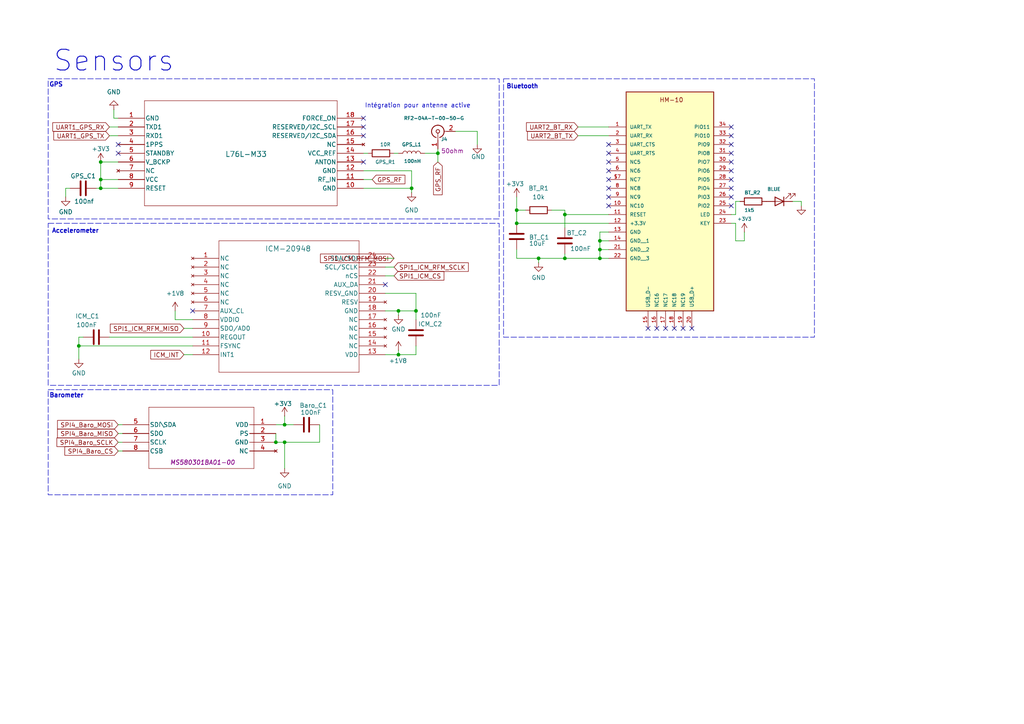
<source format=kicad_sch>
(kicad_sch (version 20231120) (generator "eeschema") (generator_version "8.0")
  (paper "A4")
  (title_block (title "Sensors") (date "2024-11-09") (company "GAUL"))
  (lib_symbols
    (symbol "Connector:Conn_Coaxial" (pin_names (offset 1.016) hide)
      (property "Reference" "J" (at 0.254 3.048 0))
      (property "Value" "Conn_Coaxial" (at 2.921 0 90))
      (symbol "Conn_Coaxial_0_1"
        (arc (start -1.778 -0.508) (mid 0.2311 -1.8066) (end 1.778 0) (stroke (width 0.254)))
        (polyline (pts (xy -2.54 0) (xy -0.508 0)))
        (polyline (pts (xy 0 -2.54) (xy 0 -1.778)))
        (circle (center 0 0) (radius 0.508) (stroke (width 0.2032)))
        (arc (start 1.778 0) (mid 0.2099 1.8101) (end -1.778 0.508) (stroke (width 0.254)))
      )
      (symbol "Conn_Coaxial_1_1"
        (pin passive line (at -5.08 0 0) (length 2.54) (name "In") (number "1"))
        (pin passive line (at 0 -5.08 90) (length 2.54) (name "Ext") (number "2"))
      )
    )
    (symbol "Device:C" (pin_numbers hide) (pin_names (offset 0.254))
      (property "Reference" "C" (at 0.635 2.54 0))
      (property "Value" "C" (at 0.635 -2.54 0))
      (symbol "C_0_1"
        (polyline (pts (xy -2.032 -0.762) (xy 2.032 -0.762)) (stroke (width 0.508)))
        (polyline (pts (xy -2.032 0.762) (xy 2.032 0.762)) (stroke (width 0.508)))
      )
      (symbol "C_1_1"
        (pin passive line (at 0 3.81 270) (length 2.794) (name "~") (number "1"))
        (pin passive line (at 0 -3.81 90) (length 2.794) (name "~") (number "2"))
      )
    )
    (symbol "Device:L" (pin_numbers hide) (pin_names (offset 1.016) hide)
      (property "Reference" "L" (at -1.27 0 90))
      (property "Value" "L" (at 1.905 0 90))
      (symbol "L_0_1"
        (arc (start 0 -2.54) (mid 0.6323 -1.905) (end 0 -1.27))
        (arc (start 0 -1.27) (mid 0.6323 -0.635) (end 0 0))
        (arc (start 0 0) (mid 0.6323 0.635) (end 0 1.27))
        (arc (start 0 1.27) (mid 0.6323 1.905) (end 0 2.54))
      )
      (symbol "L_1_1"
        (pin passive line (at 0 3.81 270) (length 1.27) (name "1") (number "1"))
        (pin passive line (at 0 -3.81 90) (length 1.27) (name "2") (number "2"))
      )
    )
    (symbol "Device:LED" (pin_numbers hide) (pin_names (offset 1.016) hide)
      (property "Reference" "D" (at 0 2.54 0))
      (property "Value" "LED" (at 0 -2.54 0))
      (symbol "LED_0_1"
        (polyline (pts (xy -1.27 -1.27) (xy -1.27 1.27)) (stroke (width 0.254)))
        (polyline (pts (xy -1.27 0) (xy 1.27 0)))
        (polyline (pts (xy 1.27 -1.27) (xy 1.27 1.27) (xy -1.27 0) (xy 1.27 -1.27)) (stroke (width 0.254)))
        (polyline (pts (xy -3.048 -0.762) (xy -4.572 -2.286) (xy -3.81 -2.286) (xy -4.572 -2.286) (xy -4.572 -1.524)))
        (polyline (pts (xy -1.778 -0.762) (xy -3.302 -2.286) (xy -2.54 -2.286) (xy -3.302 -2.286) (xy -3.302 -1.524)))
      )
      (symbol "LED_1_1"
        (pin passive line (at -3.81 0 0) (length 2.54) (name "K") (number "1"))
        (pin passive line (at 3.81 0 180) (length 2.54) (name "A") (number "2"))
      )
    )
    (symbol "Device:R" (pin_numbers hide) (pin_names (offset 0))
      (property "Reference" "R" (at 2.032 0 90))
      (property "Value" "R" (at 0 0 90))
      (symbol "R_0_1"
        (rectangle (start -1.016 -2.54) (end 1.016 2.54) (stroke (width 0.254)))
      )
      (symbol "R_1_1"
        (pin passive line (at 0 3.81 270) (length 1.27) (name "~") (number "1"))
        (pin passive line (at 0 -3.81 90) (length 1.27) (name "~") (number "2"))
      )
    )
    (symbol "ODB_Lib:HM-10" (pin_names (offset 1.016))
      (symbol "HM-10_0_0"
        (rectangle (start 0 -63.5) (end 25.4 0) (stroke (width 0.254)) (fill (type background)))
        (pin bidirectional line (at -5.08 -25.4 0) (length 5.08) (name "NC7") (number "$7"))
        (pin bidirectional line (at -5.08 -10.16 0) (length 5.08) (name "UART_TX") (number "1"))
        (pin bidirectional line (at -5.08 -33.02 0) (length 5.08) (name "NC10") (number "10"))
        (pin bidirectional line (at -5.08 -35.56 0) (length 5.08) (name "RESET") (number "11"))
        (pin bidirectional line (at -5.08 -38.1 0) (length 5.08) (name "+3.3V") (number "12"))
        (pin bidirectional line (at -5.08 -40.64 0) (length 5.08) (name "GND") (number "13"))
        (pin bidirectional line (at -5.08 -43.18 0) (length 5.08) (name "GND__1") (number "14"))
        (pin bidirectional line (at 6.35 -68.58 90) (length 5.08) (name "USB_D-") (number "15"))
        (pin bidirectional line (at 8.89 -68.58 90) (length 5.08) (name "NC16") (number "16"))
        (pin bidirectional line (at 11.43 -68.58 90) (length 5.08) (name "NC17") (number "17"))
        (pin bidirectional line (at 13.97 -68.58 90) (length 5.08) (name "NC18") (number "18"))
        (pin bidirectional line (at 16.51 -68.58 90) (length 5.08) (name "NC19") (number "19"))
        (pin bidirectional line (at -5.08 -12.7 0) (length 5.08) (name "UART_RX") (number "2"))
        (pin bidirectional line (at 19.05 -68.58 90) (length 5.08) (name "USB_D+") (number "20"))
        (pin bidirectional line (at -5.08 -45.72 0) (length 5.08) (name "GND__2") (number "21"))
        (pin bidirectional line (at -5.08 -48.26 0) (length 5.08) (name "GND__3") (number "22"))
        (pin bidirectional line (at 30.48 -38.1 180) (length 5.08) (name "KEY") (number "23"))
        (pin bidirectional line (at 30.48 -35.56 180) (length 5.08) (name "LED") (number "24"))
        (pin bidirectional line (at 30.48 -33.02 180) (length 5.08) (name "PIO2") (number "25"))
        (pin bidirectional line (at 30.48 -30.48 180) (length 5.08) (name "PIO3") (number "26"))
        (pin bidirectional line (at 30.48 -27.94 180) (length 5.08) (name "PIO4") (number "27"))
        (pin bidirectional line (at 30.48 -25.4 180) (length 5.08) (name "PIO5") (number "28"))
        (pin bidirectional line (at 30.48 -22.86 180) (length 5.08) (name "PIO6") (number "29"))
        (pin bidirectional line (at -5.08 -15.24 0) (length 5.08) (name "UART_CTS") (number "3"))
        (pin bidirectional line (at 30.48 -20.32 180) (length 5.08) (name "PIO7") (number "30"))
        (pin bidirectional line (at 30.48 -17.78 180) (length 5.08) (name "PIO8") (number "31"))
        (pin bidirectional line (at 30.48 -15.24 180) (length 5.08) (name "PIO9") (number "32"))
        (pin bidirectional line (at 30.48 -12.7 180) (length 5.08) (name "PIO10") (number "33"))
        (pin bidirectional line (at 30.48 -10.16 180) (length 5.08) (name "PIO11") (number "34"))
        (pin bidirectional line (at -5.08 -17.78 0) (length 5.08) (name "UART_RTS") (number "4"))
        (pin bidirectional line (at -5.08 -20.32 0) (length 5.08) (name "NC5") (number "5"))
        (pin bidirectional line (at -5.08 -22.86 0) (length 5.08) (name "NC6") (number "6"))
        (pin bidirectional line (at -5.08 -27.94 0) (length 5.08) (name "NC8") (number "8"))
        (pin bidirectional line (at -5.08 -30.48 0) (length 5.08) (name "NC9") (number "9"))
      )
      (symbol "HM-10_1_0"
        (text "HM-10" (at 9.652 -3.048 0) (effects (font (size 1.27 1.27)) (justify left bottom)))
      )
    )
    (symbol "ODB_Lib:ICM-20948" (pin_names (offset 0.254))
      (property "Value" "ICM-20948" (at 27.94 3.048 0))
      (symbol "ICM-20948_1_1"
        (polyline (pts (xy 7.62 -33.02) (xy 48.26 -33.02)) (stroke (width 0.127)))
        (polyline (pts (xy 7.62 5.08) (xy 7.62 -33.02)) (stroke (width 0.127)))
        (polyline (pts (xy 48.26 -33.02) (xy 48.26 5.08)) (stroke (width 0.127)))
        (polyline (pts (xy 48.26 5.08) (xy 7.62 5.08)) (stroke (width 0.127)))
        (pin no_connect line (at 0 0 0) (length 7.62) (name "NC") (number "1"))
        (pin output line (at 0 -22.86 0) (length 7.62) (name "REGOUT") (number "10"))
        (pin input line (at 0 -25.4 0) (length 7.62) (name "FSYNC") (number "11"))
        (pin output line (at 0 -27.94 0) (length 7.62) (name "INT1") (number "12"))
        (pin power_in line (at 55.88 -27.94 180) (length 7.62) (name "VDD") (number "13"))
        (pin no_connect line (at 55.88 -25.4 180) (length 7.62) (name "NC") (number "14"))
        (pin no_connect line (at 55.88 -22.86 180) (length 7.62) (name "NC") (number "15"))
        (pin no_connect line (at 55.88 -20.32 180) (length 7.62) (name "NC") (number "16"))
        (pin no_connect line (at 55.88 -17.78 180) (length 7.62) (name "NC") (number "17"))
        (pin power_out line (at 55.88 -15.24 180) (length 7.62) (name "GND") (number "18"))
        (pin no_connect line (at 55.88 -12.7 180) (length 7.62) (name "RESV") (number "19"))
        (pin no_connect line (at 0 -2.54 0) (length 7.62) (name "NC") (number "2"))
        (pin power_out line (at 55.88 -10.16 180) (length 7.62) (name "RESV_GND") (number "20"))
        (pin unspecified line (at 55.88 -7.62 180) (length 7.62) (name "AUX_DA") (number "21"))
        (pin input line (at 55.88 -5.08 180) (length 7.62) (name "nCS") (number "22"))
        (pin input line (at 55.88 -2.54 180) (length 7.62) (name "SCL/SCLK") (number "23"))
        (pin input line (at 55.88 0 180) (length 7.62) (name "SDA/SDI") (number "24"))
        (pin no_connect line (at 0 -5.08 0) (length 7.62) (name "NC") (number "3"))
        (pin no_connect line (at 0 -7.62 0) (length 7.62) (name "NC") (number "4"))
        (pin no_connect line (at 0 -10.16 0) (length 7.62) (name "NC") (number "5"))
        (pin no_connect line (at 0 -12.7 0) (length 7.62) (name "NC") (number "6"))
        (pin unspecified line (at 0 -15.24 0) (length 7.62) (name "AUX_CL") (number "7"))
        (pin power_in line (at 0 -17.78 0) (length 7.62) (name "VDDIO") (number "8"))
        (pin bidirectional line (at 0 -20.32 0) (length 7.62) (name "SDO/AD0") (number "9"))
      )
    )
    (symbol "ODB_Lib:L76L-M33" (pin_names (offset 0.254))
      (property "Value" "L76L-M33" (at 33.274 3.556 0))
      (symbol "L76L-M33_0_1"
        (polyline (pts (xy 7.62 -25.4) (xy 63.5 -25.4)) (stroke (width 0.127)))
        (polyline (pts (xy 7.62 5.08) (xy 7.62 -25.4)) (stroke (width 0.127)))
        (polyline (pts (xy 63.5 -25.4) (xy 63.5 5.08)) (stroke (width 0.127)))
        (polyline (pts (xy 63.5 5.08) (xy 7.62 5.08)) (stroke (width 0.127)))
        (pin power_out line (at 0 0 0) (length 7.62) (name "GND") (number "1"))
        (pin power_out line (at 71.12 -20.32 180) (length 7.62) (name "GND") (number "10"))
        (pin input line (at 71.12 -17.78 180) (length 7.62) (name "RF_IN") (number "11"))
        (pin power_out line (at 71.12 -15.24 180) (length 7.62) (name "GND") (number "12"))
        (pin output line (at 71.12 -12.7 180) (length 7.62) (name "ANTON") (number "13"))
        (pin power_in line (at 71.12 -10.16 180) (length 7.62) (name "VCC_REF") (number "14"))
        (pin no_connect line (at 71.12 -7.62 180) (length 7.62) (name "NC") (number "15"))
        (pin bidirectional line (at 71.12 -5.08 180) (length 7.62) (name "RESERVED/I2C_SDA") (number "16"))
        (pin bidirectional line (at 71.12 -2.54 180) (length 7.62) (name "RESERVED/I2C_SCL") (number "17"))
        (pin input line (at 71.12 0 180) (length 7.62) (name "FORCE_ON") (number "18"))
        (pin output line (at 0 -2.54 0) (length 7.62) (name "TXD1") (number "2"))
        (pin input line (at 0 -5.08 0) (length 7.62) (name "RXD1") (number "3"))
        (pin output line (at 0 -7.62 0) (length 7.62) (name "1PPS") (number "4"))
        (pin input line (at 0 -10.16 0) (length 7.62) (name "STANDBY") (number "5"))
        (pin power_in line (at 0 -12.7 0) (length 7.62) (name "V_BCKP") (number "6"))
        (pin no_connect line (at 0 -15.24 0) (length 7.62) (name "NC") (number "7"))
        (pin power_in line (at 0 -17.78 0) (length 7.62) (name "VCC") (number "8"))
        (pin input line (at 0 -20.32 0) (length 7.62) (name "RESET") (number "9"))
      )
    )
    (symbol "ODB_Lib:MS580301BA01-00" (pin_names (offset 0.254))
      (property "Datasheet" "MS580301BA01-00" (at 22.606 3.556 0))
      (symbol "MS580301BA01-00_0_1"
        (polyline (pts (xy 7.62 -12.7) (xy 38.1 -12.7)) (stroke (width 0.127)))
        (polyline (pts (xy 7.62 5.08) (xy 7.62 -12.7)) (stroke (width 0.127)))
        (polyline (pts (xy 38.1 -12.7) (xy 38.1 5.08)) (stroke (width 0.127)))
        (polyline (pts (xy 38.1 5.08) (xy 7.62 5.08)) (stroke (width 0.127)))
        (pin no_connect line (at 44.45 -7.62 180) (length 7.62) (name "NC") (number "4"))
      )
      (symbol "MS580301BA01-00_1_1"
        (pin power_in line (at 44.45 0 180) (length 7.62) (name "VDD") (number "1"))
        (pin input line (at 44.45 -2.54 180) (length 7.62) (name "PS") (number "2"))
        (pin power_out line (at 44.45 -5.08 180) (length 7.62) (name "GND") (number "3"))
        (pin input line (at 0 0 0) (length 7.62) (name "SDI\\SDA") (number "5"))
        (pin output line (at 0 -2.54 0) (length 7.62) (name "SDO") (number "6"))
        (pin input line (at 0 -5.08 0) (length 7.62) (name "SCLK") (number "7"))
        (pin input line (at 0 -7.62 0) (length 7.62) (name "CSB") (number "8"))
      )
    )
    (symbol "power:+1V8" (power) (pin_numbers hide) (pin_names (offset 0) hide)
      (property "Value" "+1V8" (at 0 3.556 0))
      (symbol "+1V8_0_1"
        (polyline (pts (xy -0.762 1.27) (xy 0 2.54)))
        (polyline (pts (xy 0 0) (xy 0 2.54)))
        (polyline (pts (xy 0 2.54) (xy 0.762 1.27)))
      )
      (symbol "+1V8_1_1"
        (pin power_in line (at 0 0 90) (length 0) (name "~") (number "1"))
      )
    )
    (symbol "power:+3V3" (power) (pin_numbers hide) (pin_names (offset 0) hide)
      (property "Value" "+3V3" (at 0 3.556 0))
      (symbol "+3V3_0_1"
        (polyline (pts (xy -0.762 1.27) (xy 0 2.54)))
        (polyline (pts (xy 0 0) (xy 0 2.54)))
        (polyline (pts (xy 0 2.54) (xy 0.762 1.27)))
      )
      (symbol "+3V3_1_1"
        (pin power_in line (at 0 0 90) (length 0) (name "~") (number "1"))
      )
    )
    (symbol "power:GND" (power) (pin_numbers hide) (pin_names (offset 0) hide)
      (property "Value" "GND" (at 0 -3.81 0))
      (symbol "GND_0_1"
        (polyline (pts (xy 0 0) (xy 0 -1.27) (xy 1.27 -1.27) (xy 0 -2.54) (xy -1.27 -1.27) (xy 0 -1.27)))
      )
      (symbol "GND_1_1"
        (pin power_in line (at 0 0 270) (length 0) (name "~") (number "1"))
      )
    )
  )
  (junction (at 149.86 64.77))
  (junction (at 22.86 100.33))
  (junction (at 29.21 52.07))
  (junction (at 173.99 69.85))
  (junction (at 163.83 62.23))
  (junction (at 173.99 72.39))
  (junction (at 119.38 54.61))
  (junction (at 127 44.45))
  (junction (at 173.99 74.93))
  (junction (at 115.57 102.87))
  (junction (at 80.01 128.27))
  (junction (at 149.86 60.96))
  (junction (at 82.55 128.27))
  (junction (at 163.83 74.93))
  (junction (at 82.55 123.19))
  (junction (at 29.21 46.99))
  (junction (at 156.21 74.93))
  (junction (at 115.57 90.17))
  (junction (at 29.21 54.61))
  (junction (at 120.65 90.17))
  (no_connect (at 193.04 95.25))
  (no_connect (at 212.09 52.07))
  (no_connect (at 212.09 41.91))
  (no_connect (at 212.09 49.53))
  (no_connect (at 105.41 34.29))
  (no_connect (at 212.09 57.15))
  (no_connect (at 176.53 57.15))
  (no_connect (at 212.09 44.45))
  (no_connect (at 55.88 90.17))
  (no_connect (at 198.12 95.25))
  (no_connect (at 105.41 39.37))
  (no_connect (at 190.5 95.25))
  (no_connect (at 200.66 95.25))
  (no_connect (at 34.29 41.91))
  (no_connect (at 176.53 44.45))
  (no_connect (at 212.09 59.69))
  (no_connect (at 176.53 41.91))
  (no_connect (at 176.53 52.07))
  (no_connect (at 176.53 49.53))
  (no_connect (at 176.53 54.61))
  (no_connect (at 195.58 95.25))
  (no_connect (at 212.09 39.37))
  (no_connect (at 111.76 82.55))
  (no_connect (at 187.96 95.25))
  (no_connect (at 105.41 46.99))
  (no_connect (at 212.09 46.99))
  (no_connect (at 105.41 36.83))
  (no_connect (at 176.53 46.99))
  (no_connect (at 212.09 36.83))
  (no_connect (at 34.29 44.45))
  (no_connect (at 176.53 59.69))
  (no_connect (at 212.09 54.61))
  (wire (pts (xy 115.57 90.17) (xy 120.65 90.17)))
  (wire (pts (xy 80.01 128.27) (xy 82.55 128.27)))
  (wire (pts (xy 50.8 92.71) (xy 55.88 92.71)))
  (wire (pts (xy 111.76 74.93) (xy 114.3 74.93)))
  (wire (pts (xy 173.99 67.31) (xy 176.53 67.31)))
  (wire (pts (xy 232.41 58.42) (xy 232.41 59.69)))
  (wire (pts (xy 173.99 72.39) (xy 173.99 69.85)))
  (wire (pts (xy 34.29 54.61) (xy 29.21 54.61)))
  (wire (pts (xy 163.83 60.96) (xy 163.83 62.23)))
  (wire (pts (xy 111.76 85.09) (xy 120.65 85.09)))
  (wire (pts (xy 120.65 102.87) (xy 120.65 100.33)))
  (wire (pts (xy 80.01 125.73) (xy 80.01 128.27)))
  (wire (pts (xy 33.02 31.75) (xy 33.02 34.29)))
  (wire (pts (xy 92.71 123.19) (xy 92.71 128.27)))
  (wire (pts (xy 29.21 52.07) (xy 29.21 46.99)))
  (wire (pts (xy 138.43 38.1) (xy 132.08 38.1)))
  (wire (pts (xy 55.88 95.25) (xy 53.34 95.25)))
  (wire (pts (xy 127 43.18) (xy 127 44.45)))
  (wire (pts (xy 149.86 74.93) (xy 156.21 74.93)))
  (wire (pts (xy 22.86 97.79) (xy 24.13 97.79)))
  (wire (pts (xy 31.75 36.83) (xy 34.29 36.83)))
  (wire (pts (xy 34.29 52.07) (xy 29.21 52.07)))
  (wire (pts (xy 149.86 64.77) (xy 176.53 64.77)))
  (wire (pts (xy 31.75 39.37) (xy 34.29 39.37)))
  (wire (pts (xy 105.41 52.07) (xy 107.95 52.07)))
  (wire (pts (xy 156.21 76.2) (xy 156.21 74.93)))
  (wire (pts (xy 114.3 44.45) (xy 115.57 44.45)))
  (wire (pts (xy 34.29 125.73) (xy 35.56 125.73)))
  (wire (pts (xy 123.19 44.45) (xy 127 44.45)))
  (wire (pts (xy 22.86 97.79) (xy 22.86 100.33)))
  (wire (pts (xy 115.57 101.6) (xy 115.57 102.87)))
  (wire (pts (xy 160.02 60.96) (xy 163.83 60.96)))
  (wire (pts (xy 163.83 62.23) (xy 176.53 62.23)))
  (wire (pts (xy 213.36 69.85) (xy 215.9 69.85)))
  (wire (pts (xy 120.65 90.17) (xy 120.65 92.71)))
  (wire (pts (xy 149.86 57.15) (xy 149.86 60.96)))
  (wire (pts (xy 29.21 54.61) (xy 29.21 52.07)))
  (wire (pts (xy 173.99 69.85) (xy 173.99 67.31)))
  (wire (pts (xy 111.76 77.47) (xy 114.3 77.47)))
  (wire (pts (xy 167.64 36.83) (xy 176.53 36.83)))
  (wire (pts (xy 34.29 128.27) (xy 35.56 128.27)))
  (wire (pts (xy 213.36 62.23) (xy 212.09 62.23)))
  (wire (pts (xy 213.36 58.42) (xy 214.63 58.42)))
  (wire (pts (xy 115.57 102.87) (xy 120.65 102.87)))
  (wire (pts (xy 176.53 72.39) (xy 173.99 72.39)))
  (wire (pts (xy 53.34 102.87) (xy 55.88 102.87)))
  (wire (pts (xy 163.83 74.93) (xy 163.83 73.66)))
  (wire (pts (xy 120.65 85.09) (xy 120.65 90.17)))
  (wire (pts (xy 176.53 69.85) (xy 173.99 69.85)))
  (wire (pts (xy 119.38 49.53) (xy 119.38 54.61)))
  (wire (pts (xy 167.64 39.37) (xy 176.53 39.37)))
  (wire (pts (xy 212.09 64.77) (xy 213.36 64.77)))
  (wire (pts (xy 82.55 123.19) (xy 85.09 123.19)))
  (wire (pts (xy 50.8 90.17) (xy 50.8 92.71)))
  (wire (pts (xy 105.41 44.45) (xy 106.68 44.45)))
  (wire (pts (xy 29.21 46.99) (xy 34.29 46.99)))
  (wire (pts (xy 156.21 74.93) (xy 163.83 74.93)))
  (wire (pts (xy 119.38 55.88) (xy 119.38 54.61)))
  (wire (pts (xy 34.29 123.19) (xy 35.56 123.19)))
  (wire (pts (xy 105.41 49.53) (xy 119.38 49.53)))
  (wire (pts (xy 213.36 58.42) (xy 213.36 62.23)))
  (wire (pts (xy 229.87 58.42) (xy 232.41 58.42)))
  (wire (pts (xy 92.71 128.27) (xy 82.55 128.27)))
  (wire (pts (xy 115.57 91.44) (xy 115.57 90.17)))
  (wire (pts (xy 105.41 54.61) (xy 119.38 54.61)))
  (wire (pts (xy 80.01 123.19) (xy 82.55 123.19)))
  (wire (pts (xy 213.36 64.77) (xy 213.36 69.85)))
  (wire (pts (xy 138.43 38.1) (xy 138.43 41.91)))
  (wire (pts (xy 34.29 130.81) (xy 35.56 130.81)))
  (wire (pts (xy 22.86 100.33) (xy 22.86 104.14)))
  (wire (pts (xy 31.75 97.79) (xy 55.88 97.79)))
  (wire (pts (xy 111.76 90.17) (xy 115.57 90.17)))
  (wire (pts (xy 111.76 80.01) (xy 114.3 80.01)))
  (wire (pts (xy 173.99 72.39) (xy 173.99 74.93)))
  (wire (pts (xy 127 46.99) (xy 127 44.45)))
  (wire (pts (xy 163.83 74.93) (xy 173.99 74.93)))
  (wire (pts (xy 82.55 128.27) (xy 82.55 135.89)))
  (wire (pts (xy 55.88 100.33) (xy 22.86 100.33)))
  (wire (pts (xy 33.02 34.29) (xy 34.29 34.29)))
  (wire (pts (xy 111.76 102.87) (xy 115.57 102.87)))
  (wire (pts (xy 19.05 54.61) (xy 19.05 57.15)))
  (wire (pts (xy 27.94 54.61) (xy 29.21 54.61)))
  (wire (pts (xy 82.55 120.65) (xy 82.55 123.19)))
  (wire (pts (xy 149.86 72.39) (xy 149.86 74.93)))
  (wire (pts (xy 20.32 54.61) (xy 19.05 54.61)))
  (wire (pts (xy 163.83 62.23) (xy 163.83 66.04)))
  (wire (pts (xy 149.86 60.96) (xy 152.4 60.96)))
  (wire (pts (xy 215.9 69.85) (xy 215.9 67.31)))
  (wire (pts (xy 149.86 60.96) (xy 149.86 64.77)))
  (wire (pts (xy 176.53 74.93) (xy 173.99 74.93)))
  (rectangle (start 146.05 22.86) (end 236.22 97.79) (stroke (width 0) (type dash)))
  (rectangle (start 13.97 64.77) (end 144.78 111.76) (stroke (width 0) (type dash)))
  (rectangle (start 13.97 22.86) (end 144.78 63.5) (stroke (width 0) (type dash)))
  (rectangle (start 13.97 113.03) (end 96.52 143.51) (stroke (width 0) (type dash)))
  (text "Accelerometer" (at 14.986 67.818 0) (effects (font (size 1.27 1.27) (thickness 0.254) (bold yes)) (justify left bottom)))
  (text "Sensors" (at 33.02 17.78 0) (effects (font (size 6 6) (thickness 0.254) (bold yes))))
  (text "GPS" (at 14.224 25.4 0) (effects (font (size 1.27 1.27) (thickness 0.254) (bold yes)) (justify left bottom)))
  (text "Bluetooth" (at 146.812 25.908 0) (effects (font (size 1.27 1.27) (thickness 0.254) (bold yes)) (justify left bottom)))
  (text "Barometer" (at 19.304 114.808 0) (effects (font (size 1.27 1.27) (thickness 0.254) (bold yes))))
  (text "Intégration pour antenne active" (at 121.158 30.734 0) (effects (font (size 1.27 1.27))))
  (global_label "GPS_RF" (shape input) (at 127 46.99 270) (property "Intersheetrefs" "${INTERSHEET_REFS}" (effects (hide yes))))
  (global_label "SPI1_ICM_RFM_MISO" (shape input) (at 53.34 95.25 180) (property "Intersheetrefs" "${INTERSHEET_REFS}" (effects (hide yes))))
  (global_label "SPI4_Baro_CS" (shape input) (at 34.29 130.81 180) (property "Intersheetrefs" "${INTERSHEET_REFS}" (effects (hide yes))))
  (global_label "UART1_GPS_RX" (shape input) (at 31.75 36.83 180) (property "Intersheetrefs" "${INTERSHEET_REFS}" (effects (hide yes))))
  (global_label "SPI1_ICM_RFM_SCLK" (shape input) (at 114.3 77.47 0) (property "Intersheetrefs" "${INTERSHEET_REFS}" (effects (hide yes))))
  (global_label "SPI4_Baro_MISO" (shape input) (at 34.29 125.73 180) (property "Intersheetrefs" "${INTERSHEET_REFS}" (effects (hide yes))))
  (global_label "ICM_INT" (shape input) (at 53.34 102.87 180) (property "Intersheetrefs" "${INTERSHEET_REFS}" (effects (hide yes))))
  (global_label "SPI1_ICM_CS" (shape input) (at 114.3 80.01 0) (property "Intersheetrefs" "${INTERSHEET_REFS}" (effects (hide yes))))
  (global_label "UART2_BT_RX" (shape input) (at 167.64 36.83 180) (property "Intersheetrefs" "${INTERSHEET_REFS}" (effects (hide yes))))
  (global_label "SPI4_Baro_MOSI" (shape input) (at 34.29 123.19 180) (property "Intersheetrefs" "${INTERSHEET_REFS}" (effects (hide yes))))
  (global_label "UART2_BT_TX" (shape input) (at 167.64 39.37 180) (property "Intersheetrefs" "${INTERSHEET_REFS}" (effects (hide yes))))
  (global_label "SPI4_Baro_SCLK" (shape input) (at 34.29 128.27 180) (property "Intersheetrefs" "${INTERSHEET_REFS}" (effects (hide yes))))
  (global_label "GPS_RF" (shape input) (at 107.95 52.07 0) (property "Intersheetrefs" "${INTERSHEET_REFS}" (effects (hide yes))) (property "Impedance" "50ohm" (at 126.492 43.688 0) (effects (justify left))))
  (global_label "UART1_GPS_TX" (shape input) (at 31.75 39.37 180) (property "Intersheetrefs" "${INTERSHEET_REFS}" (effects (hide yes))))
  (global_label "SPI1_ICM_RFM_MOSI" (shape input) (at 114.3 74.93 180) (property "Intersheetrefs" "${INTERSHEET_REFS}" (effects (hide yes))))
  (symbol (lib_id "power:+3V3") (at 149.86 57.15 0) (unit 1)
    (property "Reference" "#PWR062" (effects (hide yes)))
    (property "Value" "+3V3" (at 149.352 53.34 0))
    (property "Description" "Power symbol creates a global label with name \"+3V3\"" (effects (hide yes)))
  )
  (symbol (lib_id "power:+1V8") (at 50.8 90.17 0) (unit 1)
    (property "Reference" "#PWR054" (effects (hide yes)))
    (property "Value" "+1V8" (at 50.8 85.09 0))
    (property "Description" "Power symbol creates a global label with name \"+1V8\"" (effects (hide yes)))
  )
  (symbol (lib_id "Device:LED") (at 226.06 58.42 180) (unit 1)
    (property "Reference" "BT_LED1" (effects (hide yes)))
    (property "Value" "BLUE" (at 222.504 54.864 0) (effects (font (size 1 1)) (justify right)))
    (property "Footprint" "LED_SMD:LED_0603_1608Metric" (effects (hide yes)))
  )
  (symbol (lib_id "power:+3V3") (at 115.57 101.6 0) (unit 1)
    (property "Reference" "#PWR055" (effects (hide yes)))
    (property "Value" "+1V8" (at 112.776 104.648 0) (effects (justify left)))
    (property "Description" "Power symbol creates a global label with name \"+3V3\"" (effects (hide yes)))
  )
  (symbol (lib_id "Device:R") (at 156.21 60.96 270) (unit 1)
    (property "Reference" "BT_R1" (at 156.21 54.61 90))
    (property "Value" "10k" (at 156.21 57.15 90))
    (property "Footprint" "Resistor_SMD:R_0603_1608Metric" (effects (hide yes)))
    (property "Description" "Resistor" (effects (hide yes)))
  )
  (symbol (lib_id "Device:R") (at 218.44 58.42 90) (unit 1)
    (property "Reference" "BT_R2" (at 215.9 55.88 90) (effects (font (size 1 1)) (justify right)))
    (property "Value" "1k5" (at 215.9 60.96 90) (effects (font (size 1 1)) (justify right)))
    (property "Footprint" "Resistor_SMD:R_0603_1608Metric" (effects (hide yes)))
  )
  (symbol (lib_id "power:GND") (at 82.55 135.89 0) (unit 1)
    (property "Reference" "#PWR058" (effects (hide yes)))
    (property "Value" "GND" (at 82.55 140.97 0))
    (property "Description" "Power symbol creates a global label with name \"GND\" , ground" (effects (hide yes)))
  )
  (symbol (lib_id "power:GND") (at 22.86 104.14 0) (unit 1)
    (property "Reference" "#PWR053" (effects (hide yes)))
    (property "Value" "GND" (at 22.86 108.204 0))
    (property "Description" "Power symbol creates a global label with name \"GND\" , ground" (effects (hide yes)))
  )
  (symbol (lib_id "Device:R") (at 110.49 44.45 270) (unit 1)
    (property "Reference" "GPS_R1" (at 111.76 46.99 90) (effects (font (size 1 1))))
    (property "Value" "10R" (at 111.76 41.91 90) (effects (font (size 1 1))))
    (property "Footprint" "Resistor_SMD:R_0603_1608Metric" (effects (hide yes)))
  )
  (symbol (lib_id "Device:C") (at 24.13 54.61 90) (unit 1)
    (property "Reference" "GPS_C1" (at 24.13 51.054 90))
    (property "Value" "100nf" (at 24.384 58.42 90))
    (property "Footprint" "Capacitor_SMD:C_0603_1608Metric" (effects (hide yes)))
    (property "Description" "Unpolarized capacitor" (effects (hide yes)))
  )
  (symbol (lib_id "Device:C") (at 149.86 68.58 0) (unit 1)
    (property "Reference" "BT_C1" (at 153.416 68.834 0) (effects (justify left)))
    (property "Value" "10uF" (at 153.416 70.612 0) (effects (justify left)))
    (property "Footprint" "Capacitor_SMD:C_0603_1608Metric" (effects (hide yes)))
    (property "Description" "Unpolarized capacitor" (effects (hide yes)))
  )
  (symbol (lib_id "power:+3V3") (at 29.21 46.99 0) (unit 1)
    (property "Reference" "#PWR049" (effects (hide yes)))
    (property "Value" "+3V3" (at 29.21 43.18 0))
    (property "Description" "Power symbol creates a global label with name \"+3V3\"" (effects (hide yes)))
  )
  (symbol (lib_id "power:+3V3") (at 82.55 120.65 0) (unit 1)
    (property "Reference" "#PWR057" (effects (hide yes)))
    (property "Value" "+3V3" (at 82.042 117.094 0))
    (property "Description" "Power symbol creates a global label with name \"+3V3\"" (effects (hide yes)))
  )
  (symbol (lib_id "Device:C") (at 163.83 69.85 0) (unit 1)
    (property "Reference" "BT_C2" (at 164.338 67.564 0) (effects (justify left)))
    (property "Value" "100nF" (at 165.354 72.136 0) (effects (justify left)))
    (property "Footprint" "Capacitor_SMD:C_0603_1608Metric" (effects (hide yes)))
    (property "Description" "Unpolarized capacitor" (effects (hide yes)))
  )
  (symbol (lib_id "ODB_Lib:HM-10") (at 181.61 26.67 0) (unit 1)
    (property "Reference" "E1" (effects (hide yes)))
    (property "Value" "HM-10" (effects (hide yes)))
    (property "Footprint" "ODB:HM-10" (effects (hide yes)))
    (property "MF" "Jinan Huamao Technology" (effects (hide yes)))
    (property "Description_1" "\n                        \n                            Bluetooth 4.0 module with 4pin base board that can support iphone4s or later.\n                        \n" (effects (hide yes)))
    (property "Package" "Package" (effects (hide yes)))
    (property "Price" "None" (effects (hide yes)))
    (property "SnapEDA_Link" "https://www.snapeda.com/parts/HM-10/Jinan+Huamao+Technology/view-part/?ref=snap" (effects (hide yes)))
    (property "MP" "HM-10" (effects (hide yes)))
    (property "Availability" "Not in stock" (effects (hide yes)))
    (property "Check_prices" "https://www.snapeda.com/parts/HM-10/Jinan+Huamao+Technology/view-part/?ref=eda" (effects (hide yes)))
  )
  (symbol (lib_id "power:GND") (at 19.05 57.15 0) (unit 1)
    (property "Reference" "#PWR050" (effects (hide yes)))
    (property "Value" "GND" (at 19.05 61.468 0))
    (property "Description" "Power symbol creates a global label with name \"GND\" , ground" (effects (hide yes)))
  )
  (symbol (lib_id "power:GND") (at 115.57 91.44 0) (unit 1)
    (property "Reference" "#PWR056" (effects (hide yes)))
    (property "Value" "GND" (at 115.57 95.504 0))
    (property "Description" "Power symbol creates a global label with name \"GND\" , ground" (effects (hide yes)))
  )
  (symbol (lib_id "power:GND") (at 119.38 55.88 0) (unit 1)
    (property "Reference" "#PWR051" (effects (hide yes)))
    (property "Value" "GND" (at 119.38 60.96 0))
    (property "Description" "Power symbol creates a global label with name \"GND\" , ground" (effects (hide yes)))
  )
  (symbol (lib_id "ODB_Lib:ICM-20948") (at 55.88 74.93 0) (unit 1)
    (property "Reference" "U6" (effects (hide yes)))
    (property "Value" "ICM-20948" (at 83.566 72.136 0) (effects (font (size 1.524 1.524))))
    (property "Footprint" "ODB:ICM-L" (effects (hide yes)))
    (property "Datasheet" "ICM-20948" (effects (hide yes)))
  )
  (symbol (lib_id "power:GND") (at 232.41 59.69 0) (unit 1)
    (property "Reference" "#PWR066" (effects (hide yes)))
    (property "Value" "GND" (effects (hide yes)))
  )
  (symbol (lib_id "Device:C") (at 27.94 97.79 270) (unit 1)
    (property "Reference" "ICM_C1" (at 21.844 91.694 90) (effects (justify left)))
    (property "Value" "100nF" (at 22.098 94.234 90) (effects (justify left)))
    (property "Footprint" "Capacitor_SMD:C_0603_1608Metric" (effects (hide yes)))
    (property "Description" "Unpolarized capacitor" (effects (hide yes)))
  )
  (symbol (lib_id "power:GND") (at 156.21 76.2 0) (unit 1)
    (property "Reference" "#PWR063" (effects (hide yes)))
    (property "Value" "GND" (at 156.21 80.518 0))
    (property "Description" "Power symbol creates a global label with name \"GND\" , ground" (effects (hide yes)))
  )
  (symbol (lib_id "ODB_Lib:MS580301BA01-00") (at 35.56 123.19 0) (unit 1)
    (property "Reference" "U7" (effects (hide yes)))
    (property "Value" "MS580301BA01-00" (effects (hide yes)))
    (property "Footprint" "ODB:MS5803-01BA01_TEC" (effects (hide yes)))
    (property "Datasheet" "MS580301BA01-00" (at 58.674 134.112 0) (effects (font (italic yes))))
  )
  (symbol (lib_id "power:GND") (at 138.43 41.91 0) (unit 1)
    (property "Reference" "#PWR052" (effects (hide yes)))
    (property "Value" "GND" (at 138.684 45.466 0))
    (property "Description" "Power symbol creates a global label with name \"GND\" , ground" (effects (hide yes)))
  )
  (symbol (lib_id "Device:C") (at 88.9 123.19 270) (mirror x) (unit 1)
    (property "Reference" "Baro_C1" (at 86.868 117.602 90) (effects (justify left)))
    (property "Value" "100nF" (at 87.122 119.634 90) (effects (justify left)))
    (property "Footprint" "Capacitor_SMD:C_0805_2012Metric" (effects (hide yes)))
    (property "Description" "Unpolarized capacitor" (effects (hide yes)))
  )
  (symbol (lib_id "power:+3V3") (at 215.9 67.31 0) (unit 1)
    (property "Reference" "#PWR065" (effects (hide yes)))
    (property "Value" "+3V3" (at 215.9 63.5 0) (effects (font (size 1 1))))
  )
  (symbol (lib_id "Connector:Conn_Coaxial") (at 127 38.1 90) (unit 1)
    (property "Reference" "J4" (at 129.794 40.386 90) (effects (font (size 1 1)) (justify left)))
    (property "Value" "RF2-04A-T-00-50-G" (at 134.62 34.29 90) (effects (font (size 1 1)) (justify left)))
    (property "Footprint" "Connector_Coaxial:SMA_Wurth_60312002114503_Vertical" (effects (hide yes)))
    (property "Datasheet" " ~" (effects (hide yes)))
  )
  (symbol (lib_id "power:GND") (at 33.02 31.75 0) (mirror x) (unit 1)
    (property "Reference" "#PWR048" (effects (hide yes)))
    (property "Value" "GND" (at 33.02 26.67 0))
    (property "Description" "Power symbol creates a global label with name \"GND\" , ground" (effects (hide yes)))
  )
  (symbol (lib_id "Device:L") (at 119.38 44.45 90) (unit 1)
    (property "Reference" "GPS_L1" (at 119.38 41.91 90) (effects (font (size 1 1))))
    (property "Value" "100nH" (at 119.634 46.736 90) (effects (font (size 1 1))))
    (property "Footprint" "Inductor_SMD:L_0805_2012Metric" (effects (hide yes)))
  )
  (symbol (lib_id "Device:C") (at 120.65 96.52 180) (unit 1)
    (property "Reference" "ICM_C2" (at 128.27 93.98 0) (effects (justify left)))
    (property "Value" "100nF" (at 128.016 91.44 0) (effects (justify left)))
    (property "Footprint" "Capacitor_SMD:C_0603_1608Metric" (effects (hide yes)))
    (property "Description" "Unpolarized capacitor" (effects (hide yes)))
  )
  (symbol (lib_id "ODB_Lib:L76L-M33") (at 34.29 34.29 0) (unit 1)
    (property "Reference" "U5" (effects (hide yes)))
    (property "Value" "L76L-M33" (at 71.374 44.704 0) (effects (font (size 1.524 1.524))))
    (property "Footprint" "ODB:L76_QWS" (effects (hide yes)))
    (property "Datasheet" "L76L-M33" (effects (hide yes)))
  )
)
</source>
